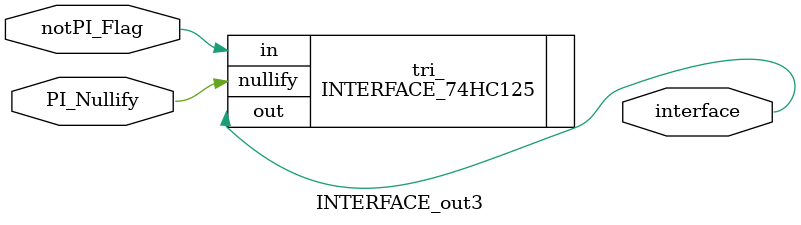
<source format=v>
module INTERFACE_out3(
        input wire PI_Nullify,
        input wire notPI_Flag,
        output wire interface
    );

    INTERFACE_74HC125 tri_(
        .nullify(PI_Nullify),
        .in(notPI_Flag),
        .out(interface)
    );

endmodule
</source>
